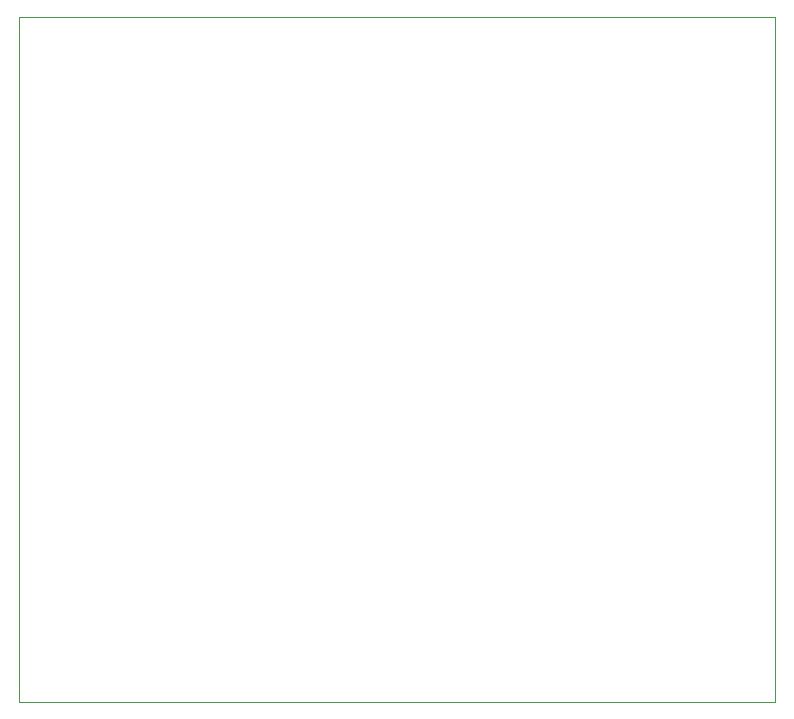
<source format=gm1>
%TF.GenerationSoftware,KiCad,Pcbnew,5.1.10-88a1d61d58~88~ubuntu20.04.1*%
%TF.CreationDate,2021-08-03T13:57:49-04:00*%
%TF.ProjectId,ta-base,74612d62-6173-4652-9e6b-696361645f70,rev?*%
%TF.SameCoordinates,Original*%
%TF.FileFunction,Profile,NP*%
%FSLAX46Y46*%
G04 Gerber Fmt 4.6, Leading zero omitted, Abs format (unit mm)*
G04 Created by KiCad (PCBNEW 5.1.10-88a1d61d58~88~ubuntu20.04.1) date 2021-08-03 13:57:49*
%MOMM*%
%LPD*%
G01*
G04 APERTURE LIST*
%TA.AperFunction,Profile*%
%ADD10C,0.001000*%
%TD*%
G04 APERTURE END LIST*
D10*
X164000000Y-100000000D02*
X164000000Y-158000000D01*
X164000000Y-100000000D02*
X100000000Y-100000000D01*
X100000000Y-100000000D02*
X100000000Y-158000000D01*
X100000000Y-158000000D02*
X164000000Y-158000000D01*
M02*

</source>
